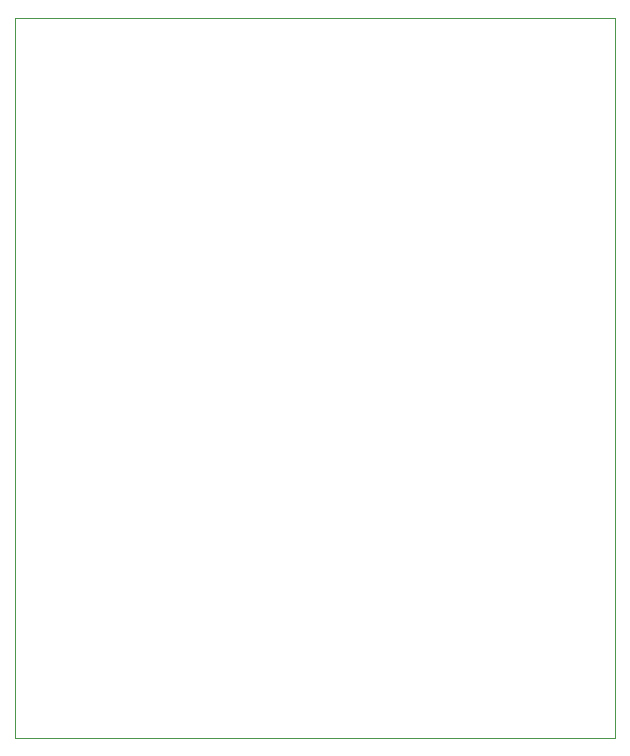
<source format=gm1>
G04 #@! TF.GenerationSoftware,KiCad,Pcbnew,(5.0.0-3-g5ebb6b6)*
G04 #@! TF.CreationDate,2020-02-23T20:28:12-05:00*
G04 #@! TF.ProjectId,telemetry_transmitter,74656C656D657472795F7472616E736D,rev?*
G04 #@! TF.SameCoordinates,Original*
G04 #@! TF.FileFunction,Profile,NP*
%FSLAX46Y46*%
G04 Gerber Fmt 4.6, Leading zero omitted, Abs format (unit mm)*
G04 Created by KiCad (PCBNEW (5.0.0-3-g5ebb6b6)) date Sunday, February 23, 2020 at 08:28:12 PM*
%MOMM*%
%LPD*%
G01*
G04 APERTURE LIST*
%ADD10C,0.050000*%
G04 APERTURE END LIST*
D10*
X116230400Y-123253500D02*
X167030400Y-123253500D01*
X116230400Y-62293500D02*
X167030400Y-62293500D01*
X167030400Y-62293500D02*
X167030400Y-123253500D01*
X116230400Y-62293500D02*
X116230400Y-123253500D01*
M02*

</source>
